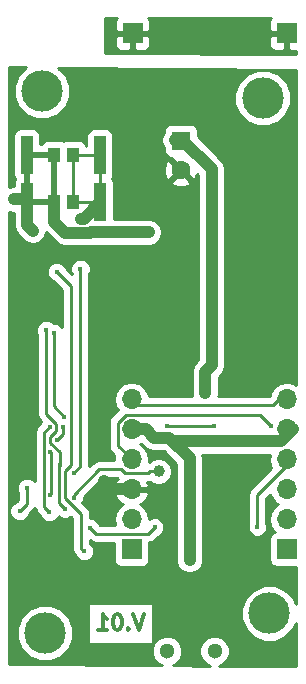
<source format=gbl>
%TF.GenerationSoftware,KiCad,Pcbnew,4.0.7*%
%TF.CreationDate,2017-11-15T23:57:05+08:00*%
%TF.ProjectId,nixie_tube,6E697869655F747562652E6B69636164,rev?*%
%TF.FileFunction,Copper,L2,Bot,Signal*%
%FSLAX46Y46*%
G04 Gerber Fmt 4.6, Leading zero omitted, Abs format (unit mm)*
G04 Created by KiCad (PCBNEW 4.0.7) date 11/15/17 23:57:05*
%MOMM*%
%LPD*%
G01*
G04 APERTURE LIST*
%ADD10C,0.100000*%
%ADD11C,0.300000*%
%ADD12R,1.000000X3.200000*%
%ADD13R,1.000000X1.300000*%
%ADD14C,3.500000*%
%ADD15R,1.600000X1.600000*%
%ADD16C,1.600000*%
%ADD17R,1.700000X1.700000*%
%ADD18O,1.700000X1.700000*%
%ADD19C,1.300000*%
%ADD20C,0.453000*%
%ADD21C,0.600000*%
%ADD22C,0.400000*%
%ADD23C,1.000000*%
%ADD24C,0.250000*%
%ADD25C,1.000000*%
%ADD26C,0.500000*%
%ADD27C,0.254000*%
G04 APERTURE END LIST*
D10*
D11*
X12130952Y-51188095D02*
X11697619Y-52488095D01*
X11264286Y-51188095D01*
X10830952Y-52364286D02*
X10769047Y-52426190D01*
X10830952Y-52488095D01*
X10892857Y-52426190D01*
X10830952Y-52364286D01*
X10830952Y-52488095D01*
X9964285Y-51188095D02*
X9840476Y-51188095D01*
X9716666Y-51250000D01*
X9654761Y-51311905D01*
X9592857Y-51435714D01*
X9530952Y-51683333D01*
X9530952Y-51992857D01*
X9592857Y-52240476D01*
X9654761Y-52364286D01*
X9716666Y-52426190D01*
X9840476Y-52488095D01*
X9964285Y-52488095D01*
X10088095Y-52426190D01*
X10149999Y-52364286D01*
X10211904Y-52240476D01*
X10273809Y-51992857D01*
X10273809Y-51683333D01*
X10211904Y-51435714D01*
X10149999Y-51311905D01*
X10088095Y-51250000D01*
X9964285Y-51188095D01*
X8292857Y-52488095D02*
X9035714Y-52488095D01*
X8664285Y-52488095D02*
X8664285Y-51188095D01*
X8788095Y-51373810D01*
X8911904Y-51497619D01*
X9035714Y-51559524D01*
D12*
X2220000Y-12300000D03*
X8420000Y-12300000D03*
D13*
X4520000Y-12300000D03*
X6120000Y-12300000D03*
D12*
X2270000Y-16320000D03*
X8470000Y-16320000D03*
D13*
X4570000Y-16320000D03*
X6170000Y-16320000D03*
D14*
X22780000Y-51120000D03*
X3800000Y-52800000D03*
X22200000Y-7500000D03*
X3500000Y-6900000D03*
D15*
X15260000Y-11095000D03*
D16*
X15260000Y-13595000D03*
D17*
X11100000Y-45700000D03*
D18*
X11100000Y-43160000D03*
X11100000Y-40620000D03*
X11100000Y-38080000D03*
X11100000Y-35540000D03*
X11100000Y-33000000D03*
D17*
X24250000Y-45700000D03*
D18*
X24250000Y-43160000D03*
X24250000Y-40620000D03*
X24250000Y-38080000D03*
X24250000Y-35540000D03*
X24250000Y-33000000D03*
D19*
X14130000Y-54310000D03*
X18130000Y-54310000D03*
D17*
X11200000Y-2000000D03*
X24250000Y-2000000D03*
D20*
X4150000Y-42550000D03*
X4161160Y-35303465D03*
X5395441Y-34465377D03*
X4495547Y-27375488D03*
D21*
X8797836Y-39911278D03*
D20*
X6249998Y-39200000D03*
X6780000Y-21950000D03*
X1620000Y-42460000D03*
X2250000Y-40500000D03*
D22*
X6205983Y-41344025D03*
X21875000Y-2800000D03*
X20625000Y-2000000D03*
X21350000Y-2000000D03*
X22200000Y-2000000D03*
X15925000Y-2000000D03*
X14890000Y-2000000D03*
X14225000Y-2665000D03*
X13720000Y-3170000D03*
D23*
X13410000Y-39090000D03*
X17341464Y-30648536D03*
X17350000Y-32450000D03*
D22*
X5450000Y-42250000D03*
X18100002Y-35250000D03*
X14100000Y-35250000D03*
D20*
X5048490Y-38570000D03*
X3890509Y-27129849D03*
D22*
X4200000Y-41100000D03*
D20*
X4766416Y-36419128D03*
D22*
X4220219Y-37416038D03*
D20*
X5296095Y-35317853D03*
D22*
X13050000Y-43824990D03*
X7575010Y-43846613D03*
D20*
X22925000Y-35250000D03*
D22*
X21760000Y-43790000D03*
X1125000Y-16050000D03*
D21*
X12580000Y-18850000D03*
X2730000Y-18710000D03*
D22*
X16030000Y-44750000D03*
D23*
X16030000Y-46600000D03*
D22*
X7092254Y-45865221D03*
X4750000Y-22200000D03*
D20*
X6800000Y-17710000D03*
D24*
X3674998Y-42074998D02*
X4150000Y-42550000D01*
X3674998Y-35789627D02*
X3674998Y-42074998D01*
X4161160Y-35303465D02*
X3674998Y-35789627D01*
X4495547Y-33565483D02*
X5395441Y-34465377D01*
X4495547Y-27375488D02*
X4495547Y-33565483D01*
D25*
X11100000Y-40620000D02*
X9506558Y-40620000D01*
X9506558Y-40620000D02*
X8797836Y-39911278D01*
D24*
X6780000Y-38669998D02*
X6249998Y-39200000D01*
X6780000Y-21950000D02*
X6780000Y-38669998D01*
X2250000Y-41830000D02*
X1620000Y-42460000D01*
X2250000Y-40500000D02*
X2250000Y-41830000D01*
X8367166Y-38900000D02*
X6205983Y-41061183D01*
X12537893Y-39255001D02*
X10535999Y-39255001D01*
X13410000Y-39090000D02*
X12702894Y-39090000D01*
X12702894Y-39090000D02*
X12537893Y-39255001D01*
X10535999Y-39255001D02*
X10180998Y-38900000D01*
X10180998Y-38900000D02*
X8367166Y-38900000D01*
X6205983Y-41061183D02*
X6205983Y-41344025D01*
X22200000Y-2000000D02*
X22200000Y-2475000D01*
X22200000Y-2475000D02*
X21875000Y-2800000D01*
D25*
X14750000Y-11025000D02*
X15405000Y-11025000D01*
X15405000Y-11025000D02*
X17900000Y-13520000D01*
X17900000Y-13520000D02*
X17900000Y-30090000D01*
X17900000Y-30090000D02*
X17341464Y-30648536D01*
X17350000Y-32450000D02*
X17350000Y-30657072D01*
X17350000Y-30657072D02*
X17341464Y-30648536D01*
D24*
X4998487Y-41798487D02*
X5450000Y-42250000D01*
X5048490Y-38570000D02*
X4998487Y-38620003D01*
X4998487Y-38620003D02*
X4998487Y-41798487D01*
X14100000Y-35250000D02*
X18100002Y-35250000D01*
X4214915Y-36660081D02*
X5048490Y-37493656D01*
X5048490Y-37493656D02*
X5048490Y-38570000D01*
X4214915Y-36154407D02*
X4214915Y-36660081D01*
X4733769Y-35056864D02*
X4733769Y-35635553D01*
X4733769Y-35635553D02*
X4214915Y-36154407D01*
X3890509Y-34213604D02*
X4733769Y-35056864D01*
X3890509Y-27129849D02*
X3890509Y-34213604D01*
X4220219Y-37416038D02*
X4250000Y-37445819D01*
X4250000Y-41050000D02*
X4200000Y-41100000D01*
X4250000Y-37445819D02*
X4250000Y-41050000D01*
X5296095Y-35889449D02*
X4766416Y-36419128D01*
X5296095Y-35317853D02*
X5296095Y-35889449D01*
X21965000Y-34290000D02*
X22925000Y-35250000D01*
X10610998Y-34290000D02*
X21965000Y-34290000D01*
X9924999Y-34975999D02*
X10610998Y-34290000D01*
X9924999Y-36904999D02*
X9924999Y-34975999D01*
X11100000Y-38080000D02*
X9924999Y-36904999D01*
X12514991Y-44359999D02*
X13050000Y-43824990D01*
X8088396Y-44359999D02*
X12514991Y-44359999D01*
X7575010Y-43846613D02*
X8088396Y-44359999D01*
X21760000Y-41070000D02*
X21760000Y-43790000D01*
X24750000Y-38080000D02*
X21760000Y-41070000D01*
D25*
X2000000Y-16050000D02*
X1125000Y-16050000D01*
X2270000Y-16320000D02*
X2000000Y-16050000D01*
X2270000Y-16320000D02*
X2270000Y-18250000D01*
X2270000Y-18250000D02*
X2730000Y-18710000D01*
X4570000Y-16320000D02*
X4570000Y-17970000D01*
X4570000Y-17970000D02*
X5510010Y-18910010D01*
X5510010Y-18910010D02*
X7577060Y-18910010D01*
X7577060Y-18910010D02*
X7637070Y-18850000D01*
X7637070Y-18850000D02*
X12580000Y-18850000D01*
D26*
X2240000Y-16350000D02*
X2270000Y-16320000D01*
X4520000Y-12300000D02*
X4520000Y-16270000D01*
X4520000Y-16270000D02*
X4570000Y-16320000D01*
X2220000Y-12300000D02*
X2220000Y-16270000D01*
X2220000Y-16270000D02*
X2270000Y-16320000D01*
X4570000Y-16320000D02*
X2270000Y-16320000D01*
X4520000Y-12300000D02*
X2220000Y-12300000D01*
D25*
X14280000Y-36235134D02*
X14597970Y-36553104D01*
X14597970Y-36553104D02*
X23736896Y-36553104D01*
X23736896Y-36553104D02*
X24750000Y-35540000D01*
X16030000Y-46600000D02*
X16030000Y-44750000D01*
X16030000Y-44750000D02*
X16030000Y-37985134D01*
X16030000Y-37985134D02*
X14280000Y-36235134D01*
X12997215Y-36235134D02*
X14280000Y-36235134D01*
X12302081Y-35540000D02*
X12997215Y-36235134D01*
X11100000Y-35540000D02*
X12302081Y-35540000D01*
D24*
X11693427Y-33493427D02*
X23054492Y-33493427D01*
X11200000Y-33000000D02*
X11693427Y-33493427D01*
X23547919Y-33000000D02*
X24750000Y-33000000D01*
X23054492Y-33493427D02*
X23547919Y-33000000D01*
X6858329Y-45631296D02*
X7092254Y-45865221D01*
X5946951Y-23396951D02*
X5946951Y-38586825D01*
X6858329Y-42738849D02*
X6858329Y-45631296D01*
X5448498Y-39085278D02*
X5448498Y-41329018D01*
X5946951Y-38586825D02*
X5448498Y-39085278D01*
X4750000Y-22200000D02*
X5946951Y-23396951D01*
X5448498Y-41329018D02*
X6858329Y-42738849D01*
D25*
X6800000Y-17710000D02*
X7080000Y-17710000D01*
X7080000Y-17710000D02*
X8470000Y-16320000D01*
D24*
X6120000Y-12300000D02*
X6120000Y-16270000D01*
X6120000Y-16270000D02*
X6170000Y-16320000D01*
X8420000Y-12300000D02*
X8420000Y-16270000D01*
X8420000Y-16270000D02*
X8470000Y-16320000D01*
X6120000Y-12300000D02*
X8420000Y-12300000D01*
X6170000Y-16320000D02*
X8470000Y-16320000D01*
D27*
G36*
X2131594Y-4896059D02*
X1479274Y-5547242D01*
X1115415Y-6423513D01*
X1114587Y-7372325D01*
X1476916Y-8249229D01*
X2147242Y-8920726D01*
X3023513Y-9284585D01*
X3972325Y-9285413D01*
X4849229Y-8923084D01*
X5520726Y-8252758D01*
X5637171Y-7972325D01*
X19814587Y-7972325D01*
X20176916Y-8849229D01*
X20847242Y-9520726D01*
X21723513Y-9884585D01*
X22672325Y-9885413D01*
X23549229Y-9523084D01*
X24220726Y-8852758D01*
X24584585Y-7976487D01*
X24585413Y-7027675D01*
X24223084Y-6150771D01*
X23552758Y-5479274D01*
X22676487Y-5115415D01*
X21727675Y-5114587D01*
X20850771Y-5476916D01*
X20179274Y-6147242D01*
X19815415Y-7023513D01*
X19814587Y-7972325D01*
X5637171Y-7972325D01*
X5884585Y-7376487D01*
X5885413Y-6427675D01*
X5523084Y-5550771D01*
X4896049Y-4922641D01*
X25040000Y-5116333D01*
X25040000Y-31756745D01*
X24847378Y-31628039D01*
X24279093Y-31515000D01*
X24220907Y-31515000D01*
X23652622Y-31628039D01*
X23170853Y-31949946D01*
X22848946Y-32431715D01*
X22801159Y-32671958D01*
X22739690Y-32733427D01*
X18461271Y-32733427D01*
X18484803Y-32676756D01*
X18485197Y-32225225D01*
X18485000Y-32224748D01*
X18485000Y-31110132D01*
X18702566Y-30892566D01*
X18859918Y-30657072D01*
X18948603Y-30524346D01*
X19035000Y-30090000D01*
X19035000Y-13520000D01*
X18948603Y-13085654D01*
X18702566Y-12717434D01*
X16707440Y-10722308D01*
X16707440Y-10295000D01*
X16663162Y-10059683D01*
X16524090Y-9843559D01*
X16311890Y-9698569D01*
X16060000Y-9647560D01*
X14460000Y-9647560D01*
X14224683Y-9691838D01*
X14008559Y-9830910D01*
X13863569Y-10043110D01*
X13812560Y-10295000D01*
X13812560Y-10424287D01*
X13701397Y-10590654D01*
X13615000Y-11025000D01*
X13701397Y-11459346D01*
X13812560Y-11625713D01*
X13812560Y-11895000D01*
X13856838Y-12130317D01*
X13995910Y-12346441D01*
X14208110Y-12491431D01*
X14446201Y-12539646D01*
X14431861Y-12587255D01*
X15260000Y-13415395D01*
X15274142Y-13401252D01*
X15453748Y-13580858D01*
X15439605Y-13595000D01*
X16267745Y-14423139D01*
X16513864Y-14349005D01*
X16675152Y-13900284D01*
X16765000Y-13990132D01*
X16765000Y-29619868D01*
X16539312Y-29845556D01*
X16379819Y-30004771D01*
X16206661Y-30421780D01*
X16206267Y-30873311D01*
X16215000Y-30894446D01*
X16215000Y-32449010D01*
X16214803Y-32674775D01*
X16239038Y-32733427D01*
X12561068Y-32733427D01*
X12501054Y-32431715D01*
X12179147Y-31949946D01*
X11697378Y-31628039D01*
X11129093Y-31515000D01*
X11070907Y-31515000D01*
X10502622Y-31628039D01*
X10020853Y-31949946D01*
X9698946Y-32431715D01*
X9585907Y-33000000D01*
X9698946Y-33568285D01*
X9922836Y-33903360D01*
X9387598Y-34438598D01*
X9222851Y-34685160D01*
X9164999Y-34975999D01*
X9164999Y-36904999D01*
X9222851Y-37195838D01*
X9387598Y-37442400D01*
X9658790Y-37713592D01*
X9585907Y-38080000D01*
X9597842Y-38140000D01*
X8367166Y-38140000D01*
X8076326Y-38197852D01*
X7829765Y-38362599D01*
X7540000Y-38652364D01*
X7540000Y-22366193D01*
X7641350Y-22122115D01*
X7641649Y-21779389D01*
X7510770Y-21462637D01*
X7268638Y-21220082D01*
X6952115Y-21088650D01*
X6609389Y-21088351D01*
X6292637Y-21219230D01*
X6050082Y-21461362D01*
X5918650Y-21777885D01*
X5918351Y-22120611D01*
X6020000Y-22366621D01*
X6020000Y-22395198D01*
X5532832Y-21908030D01*
X5458292Y-21727628D01*
X5223607Y-21492534D01*
X4916821Y-21365145D01*
X4584637Y-21364855D01*
X4277628Y-21491708D01*
X4042534Y-21726393D01*
X3915145Y-22033179D01*
X3914855Y-22365363D01*
X4041708Y-22672372D01*
X4276393Y-22907466D01*
X4458127Y-22982929D01*
X5186951Y-23711753D01*
X5186951Y-26848690D01*
X4984185Y-26645570D01*
X4667662Y-26514138D01*
X4493003Y-26513986D01*
X4379147Y-26399931D01*
X4062624Y-26268499D01*
X3719898Y-26268200D01*
X3403146Y-26399079D01*
X3160591Y-26641211D01*
X3029159Y-26957734D01*
X3028860Y-27300460D01*
X3130509Y-27546470D01*
X3130509Y-34213604D01*
X3188361Y-34504443D01*
X3353108Y-34751005D01*
X3427043Y-34824940D01*
X3329163Y-35060660D01*
X3137597Y-35252226D01*
X2972850Y-35498788D01*
X2914998Y-35789627D01*
X2914998Y-39946750D01*
X2738638Y-39770082D01*
X2422115Y-39638650D01*
X2079389Y-39638351D01*
X1762637Y-39769230D01*
X1520082Y-40011362D01*
X1388650Y-40327885D01*
X1388351Y-40670611D01*
X1490000Y-40916621D01*
X1490000Y-41515198D01*
X1376892Y-41628306D01*
X1132637Y-41729230D01*
X890082Y-41971362D01*
X758650Y-42287885D01*
X758351Y-42630611D01*
X889230Y-42947363D01*
X1131362Y-43189918D01*
X1447885Y-43321350D01*
X1790611Y-43321649D01*
X2107363Y-43190770D01*
X2349918Y-42948638D01*
X2451997Y-42702805D01*
X2787401Y-42367401D01*
X2930547Y-42153167D01*
X2972850Y-42365837D01*
X3137597Y-42612399D01*
X3318306Y-42793108D01*
X3419230Y-43037363D01*
X3661362Y-43279918D01*
X3977885Y-43411350D01*
X4320611Y-43411649D01*
X4637363Y-43280770D01*
X4879918Y-43038638D01*
X4932063Y-42913059D01*
X4976393Y-42957466D01*
X5283179Y-43084855D01*
X5615363Y-43085145D01*
X5922372Y-42958292D01*
X5962706Y-42918028D01*
X6098329Y-43053651D01*
X6098329Y-45631296D01*
X6156181Y-45922135D01*
X6303235Y-46142217D01*
X6383962Y-46337593D01*
X6618647Y-46572687D01*
X6925433Y-46700076D01*
X7257617Y-46700366D01*
X7564626Y-46573513D01*
X7799720Y-46338828D01*
X7927109Y-46032042D01*
X7927399Y-45699858D01*
X7800546Y-45392849D01*
X7618329Y-45210314D01*
X7618329Y-44942391D01*
X7797556Y-45062147D01*
X7845810Y-45071745D01*
X8088396Y-45119999D01*
X9602560Y-45119999D01*
X9602560Y-46550000D01*
X9646838Y-46785317D01*
X9785910Y-47001441D01*
X9998110Y-47146431D01*
X10250000Y-47197440D01*
X11950000Y-47197440D01*
X12185317Y-47153162D01*
X12401441Y-47014090D01*
X12546431Y-46801890D01*
X12597440Y-46550000D01*
X12597440Y-45103599D01*
X12805830Y-45062147D01*
X13052392Y-44897400D01*
X13341970Y-44607822D01*
X13522372Y-44533282D01*
X13757466Y-44298597D01*
X13884855Y-43991811D01*
X13885145Y-43659627D01*
X13758292Y-43352618D01*
X13523607Y-43117524D01*
X13216821Y-42990135D01*
X12884637Y-42989845D01*
X12603364Y-43106064D01*
X12501054Y-42591715D01*
X12179147Y-42109946D01*
X11838447Y-41882298D01*
X11981358Y-41815183D01*
X12371645Y-41386924D01*
X12541476Y-40976890D01*
X12420155Y-40747000D01*
X11227000Y-40747000D01*
X11227000Y-40767000D01*
X10973000Y-40767000D01*
X10973000Y-40747000D01*
X9779845Y-40747000D01*
X9658524Y-40976890D01*
X9828355Y-41386924D01*
X10218642Y-41815183D01*
X10361553Y-41882298D01*
X10020853Y-42109946D01*
X9698946Y-42591715D01*
X9585907Y-43160000D01*
X9673428Y-43599999D01*
X8403198Y-43599999D01*
X8357842Y-43554643D01*
X8283302Y-43374241D01*
X8048617Y-43139147D01*
X7741831Y-43011758D01*
X7618329Y-43011650D01*
X7618329Y-42738849D01*
X7560477Y-42448010D01*
X7395730Y-42201448D01*
X6942339Y-41748057D01*
X7040838Y-41510846D01*
X7041021Y-41300947D01*
X8681968Y-39660000D01*
X9866196Y-39660000D01*
X9938457Y-39732261D01*
X9828355Y-39853076D01*
X9658524Y-40263110D01*
X9779845Y-40493000D01*
X10973000Y-40493000D01*
X10973000Y-40473000D01*
X11227000Y-40473000D01*
X11227000Y-40493000D01*
X12420155Y-40493000D01*
X12541476Y-40263110D01*
X12438712Y-40015001D01*
X12537893Y-40015001D01*
X12697886Y-39983176D01*
X12766235Y-40051645D01*
X13183244Y-40224803D01*
X13634775Y-40225197D01*
X14052086Y-40052767D01*
X14371645Y-39733765D01*
X14544803Y-39316756D01*
X14545197Y-38865225D01*
X14372767Y-38447914D01*
X14053765Y-38128355D01*
X13636756Y-37955197D01*
X13185225Y-37954803D01*
X12767914Y-38127233D01*
X12564259Y-38330533D01*
X12614093Y-38080000D01*
X12501054Y-37511715D01*
X12179147Y-37029946D01*
X11849974Y-36810000D01*
X11920095Y-36763146D01*
X12194649Y-37037700D01*
X12562869Y-37283737D01*
X12997215Y-37370134D01*
X13809868Y-37370134D01*
X14895000Y-38455266D01*
X14895000Y-46599010D01*
X14894803Y-46824775D01*
X15067233Y-47242086D01*
X15386235Y-47561645D01*
X15803244Y-47734803D01*
X16254775Y-47735197D01*
X16672086Y-47562767D01*
X16991645Y-47243765D01*
X17164803Y-46826756D01*
X17165197Y-46375225D01*
X17165000Y-46374748D01*
X17165000Y-37985134D01*
X17105917Y-37688104D01*
X22813860Y-37688104D01*
X22735907Y-38080000D01*
X22848946Y-38648285D01*
X22952273Y-38802925D01*
X21222599Y-40532599D01*
X21057852Y-40779161D01*
X21000000Y-41070000D01*
X21000000Y-43442909D01*
X20925145Y-43623179D01*
X20924855Y-43955363D01*
X21051708Y-44262372D01*
X21286393Y-44497466D01*
X21593179Y-44624855D01*
X21925363Y-44625145D01*
X22232372Y-44498292D01*
X22467466Y-44263607D01*
X22594855Y-43956821D01*
X22595145Y-43624637D01*
X22520000Y-43442771D01*
X22520000Y-41384802D01*
X22843490Y-41061312D01*
X22978355Y-41386924D01*
X23368642Y-41815183D01*
X23511553Y-41882298D01*
X23170853Y-42109946D01*
X22848946Y-42591715D01*
X22735907Y-43160000D01*
X22848946Y-43728285D01*
X23170853Y-44210054D01*
X23212452Y-44237850D01*
X23164683Y-44246838D01*
X22948559Y-44385910D01*
X22803569Y-44598110D01*
X22752560Y-44850000D01*
X22752560Y-46550000D01*
X22796838Y-46785317D01*
X22935910Y-47001441D01*
X23148110Y-47146431D01*
X23400000Y-47197440D01*
X25040000Y-47197440D01*
X25040000Y-50344152D01*
X24803084Y-49770771D01*
X24132758Y-49099274D01*
X23256487Y-48735415D01*
X22307675Y-48734587D01*
X21430771Y-49096916D01*
X20759274Y-49767242D01*
X20395415Y-50643513D01*
X20394587Y-51592325D01*
X20756916Y-52469229D01*
X21427242Y-53140726D01*
X22303513Y-53504585D01*
X23252325Y-53505413D01*
X24129229Y-53143084D01*
X24800726Y-52472758D01*
X25040000Y-51896521D01*
X25040000Y-55590000D01*
X24592874Y-55590000D01*
X18509216Y-55543684D01*
X18856943Y-55400005D01*
X19218735Y-55038845D01*
X19414777Y-54566724D01*
X19415223Y-54055519D01*
X19220005Y-53583057D01*
X18858845Y-53221265D01*
X18386724Y-53025223D01*
X17875519Y-53024777D01*
X17403057Y-53219995D01*
X17041265Y-53581155D01*
X16845223Y-54053276D01*
X16844777Y-54564481D01*
X17039995Y-55036943D01*
X17401155Y-55398735D01*
X17736054Y-55537797D01*
X14581584Y-55513782D01*
X14856943Y-55400005D01*
X15218735Y-55038845D01*
X15414777Y-54566724D01*
X15415223Y-54055519D01*
X15220005Y-53583057D01*
X14858845Y-53221265D01*
X14386724Y-53025223D01*
X13875519Y-53024777D01*
X13403057Y-53219995D01*
X13041265Y-53581155D01*
X12845223Y-54053276D01*
X12844777Y-54564481D01*
X13039995Y-55036943D01*
X13401155Y-55398735D01*
X13661346Y-55506776D01*
X710000Y-55408174D01*
X710000Y-53272325D01*
X1414587Y-53272325D01*
X1776916Y-54149229D01*
X2447242Y-54820726D01*
X3323513Y-55184585D01*
X4272325Y-55185413D01*
X5149229Y-54823084D01*
X5820726Y-54152758D01*
X6184585Y-53276487D01*
X6185413Y-52327675D01*
X5823084Y-51450771D01*
X5152758Y-50779274D01*
X4276487Y-50415415D01*
X3327675Y-50414587D01*
X2450771Y-50776916D01*
X1779274Y-51447242D01*
X1415415Y-52323513D01*
X1414587Y-53272325D01*
X710000Y-53272325D01*
X710000Y-50205000D01*
X7410238Y-50205000D01*
X7410238Y-53725000D01*
X12889762Y-53725000D01*
X12889762Y-50205000D01*
X7410238Y-50205000D01*
X710000Y-50205000D01*
X710000Y-17102451D01*
X1122560Y-17184515D01*
X1122560Y-17920000D01*
X1135000Y-17986113D01*
X1135000Y-18250000D01*
X1221397Y-18684346D01*
X1363354Y-18896799D01*
X1467434Y-19052566D01*
X1927434Y-19512566D01*
X2295655Y-19758603D01*
X2730000Y-19845000D01*
X3164345Y-19758603D01*
X3532566Y-19512566D01*
X3778603Y-19144345D01*
X3838432Y-18843564D01*
X4707444Y-19712576D01*
X5075664Y-19958613D01*
X5510010Y-20045010D01*
X7577060Y-20045010D01*
X7878750Y-19985000D01*
X12580000Y-19985000D01*
X13014346Y-19898603D01*
X13382566Y-19652566D01*
X13628603Y-19284346D01*
X13715000Y-18850000D01*
X13628603Y-18415654D01*
X13382566Y-18047434D01*
X13014346Y-17801397D01*
X12580000Y-17715000D01*
X9617440Y-17715000D01*
X9617440Y-14720000D01*
X9595377Y-14602745D01*
X14431861Y-14602745D01*
X14505995Y-14848864D01*
X15043223Y-15041965D01*
X15613454Y-15014778D01*
X16014005Y-14848864D01*
X16088139Y-14602745D01*
X15260000Y-13774605D01*
X14431861Y-14602745D01*
X9595377Y-14602745D01*
X9573162Y-14484683D01*
X9435363Y-14270537D01*
X9516431Y-14151890D01*
X9567440Y-13900000D01*
X9567440Y-13378223D01*
X13813035Y-13378223D01*
X13840222Y-13948454D01*
X14006136Y-14349005D01*
X14252255Y-14423139D01*
X15080395Y-13595000D01*
X14252255Y-12766861D01*
X14006136Y-12840995D01*
X13813035Y-13378223D01*
X9567440Y-13378223D01*
X9567440Y-10700000D01*
X9523162Y-10464683D01*
X9384090Y-10248559D01*
X9171890Y-10103569D01*
X8920000Y-10052560D01*
X7920000Y-10052560D01*
X7684683Y-10096838D01*
X7468559Y-10235910D01*
X7323569Y-10448110D01*
X7272560Y-10700000D01*
X7272560Y-11540000D01*
X7246742Y-11540000D01*
X7223162Y-11414683D01*
X7084090Y-11198559D01*
X6871890Y-11053569D01*
X6620000Y-11002560D01*
X5620000Y-11002560D01*
X5384683Y-11046838D01*
X5321522Y-11087481D01*
X5271890Y-11053569D01*
X5020000Y-11002560D01*
X4020000Y-11002560D01*
X3784683Y-11046838D01*
X3568559Y-11185910D01*
X3423569Y-11398110D01*
X3420149Y-11415000D01*
X3367440Y-11415000D01*
X3367440Y-10700000D01*
X3323162Y-10464683D01*
X3184090Y-10248559D01*
X2971890Y-10103569D01*
X2720000Y-10052560D01*
X1720000Y-10052560D01*
X1484683Y-10096838D01*
X1268559Y-10235910D01*
X1123569Y-10448110D01*
X1072560Y-10700000D01*
X1072560Y-13900000D01*
X1116838Y-14135317D01*
X1254637Y-14349463D01*
X1173569Y-14468110D01*
X1122560Y-14720000D01*
X1122560Y-14915485D01*
X710000Y-14997549D01*
X710000Y-4882390D01*
X2131594Y-4896059D01*
X2131594Y-4896059D01*
G37*
X2131594Y-4896059D02*
X1479274Y-5547242D01*
X1115415Y-6423513D01*
X1114587Y-7372325D01*
X1476916Y-8249229D01*
X2147242Y-8920726D01*
X3023513Y-9284585D01*
X3972325Y-9285413D01*
X4849229Y-8923084D01*
X5520726Y-8252758D01*
X5637171Y-7972325D01*
X19814587Y-7972325D01*
X20176916Y-8849229D01*
X20847242Y-9520726D01*
X21723513Y-9884585D01*
X22672325Y-9885413D01*
X23549229Y-9523084D01*
X24220726Y-8852758D01*
X24584585Y-7976487D01*
X24585413Y-7027675D01*
X24223084Y-6150771D01*
X23552758Y-5479274D01*
X22676487Y-5115415D01*
X21727675Y-5114587D01*
X20850771Y-5476916D01*
X20179274Y-6147242D01*
X19815415Y-7023513D01*
X19814587Y-7972325D01*
X5637171Y-7972325D01*
X5884585Y-7376487D01*
X5885413Y-6427675D01*
X5523084Y-5550771D01*
X4896049Y-4922641D01*
X25040000Y-5116333D01*
X25040000Y-31756745D01*
X24847378Y-31628039D01*
X24279093Y-31515000D01*
X24220907Y-31515000D01*
X23652622Y-31628039D01*
X23170853Y-31949946D01*
X22848946Y-32431715D01*
X22801159Y-32671958D01*
X22739690Y-32733427D01*
X18461271Y-32733427D01*
X18484803Y-32676756D01*
X18485197Y-32225225D01*
X18485000Y-32224748D01*
X18485000Y-31110132D01*
X18702566Y-30892566D01*
X18859918Y-30657072D01*
X18948603Y-30524346D01*
X19035000Y-30090000D01*
X19035000Y-13520000D01*
X18948603Y-13085654D01*
X18702566Y-12717434D01*
X16707440Y-10722308D01*
X16707440Y-10295000D01*
X16663162Y-10059683D01*
X16524090Y-9843559D01*
X16311890Y-9698569D01*
X16060000Y-9647560D01*
X14460000Y-9647560D01*
X14224683Y-9691838D01*
X14008559Y-9830910D01*
X13863569Y-10043110D01*
X13812560Y-10295000D01*
X13812560Y-10424287D01*
X13701397Y-10590654D01*
X13615000Y-11025000D01*
X13701397Y-11459346D01*
X13812560Y-11625713D01*
X13812560Y-11895000D01*
X13856838Y-12130317D01*
X13995910Y-12346441D01*
X14208110Y-12491431D01*
X14446201Y-12539646D01*
X14431861Y-12587255D01*
X15260000Y-13415395D01*
X15274142Y-13401252D01*
X15453748Y-13580858D01*
X15439605Y-13595000D01*
X16267745Y-14423139D01*
X16513864Y-14349005D01*
X16675152Y-13900284D01*
X16765000Y-13990132D01*
X16765000Y-29619868D01*
X16539312Y-29845556D01*
X16379819Y-30004771D01*
X16206661Y-30421780D01*
X16206267Y-30873311D01*
X16215000Y-30894446D01*
X16215000Y-32449010D01*
X16214803Y-32674775D01*
X16239038Y-32733427D01*
X12561068Y-32733427D01*
X12501054Y-32431715D01*
X12179147Y-31949946D01*
X11697378Y-31628039D01*
X11129093Y-31515000D01*
X11070907Y-31515000D01*
X10502622Y-31628039D01*
X10020853Y-31949946D01*
X9698946Y-32431715D01*
X9585907Y-33000000D01*
X9698946Y-33568285D01*
X9922836Y-33903360D01*
X9387598Y-34438598D01*
X9222851Y-34685160D01*
X9164999Y-34975999D01*
X9164999Y-36904999D01*
X9222851Y-37195838D01*
X9387598Y-37442400D01*
X9658790Y-37713592D01*
X9585907Y-38080000D01*
X9597842Y-38140000D01*
X8367166Y-38140000D01*
X8076326Y-38197852D01*
X7829765Y-38362599D01*
X7540000Y-38652364D01*
X7540000Y-22366193D01*
X7641350Y-22122115D01*
X7641649Y-21779389D01*
X7510770Y-21462637D01*
X7268638Y-21220082D01*
X6952115Y-21088650D01*
X6609389Y-21088351D01*
X6292637Y-21219230D01*
X6050082Y-21461362D01*
X5918650Y-21777885D01*
X5918351Y-22120611D01*
X6020000Y-22366621D01*
X6020000Y-22395198D01*
X5532832Y-21908030D01*
X5458292Y-21727628D01*
X5223607Y-21492534D01*
X4916821Y-21365145D01*
X4584637Y-21364855D01*
X4277628Y-21491708D01*
X4042534Y-21726393D01*
X3915145Y-22033179D01*
X3914855Y-22365363D01*
X4041708Y-22672372D01*
X4276393Y-22907466D01*
X4458127Y-22982929D01*
X5186951Y-23711753D01*
X5186951Y-26848690D01*
X4984185Y-26645570D01*
X4667662Y-26514138D01*
X4493003Y-26513986D01*
X4379147Y-26399931D01*
X4062624Y-26268499D01*
X3719898Y-26268200D01*
X3403146Y-26399079D01*
X3160591Y-26641211D01*
X3029159Y-26957734D01*
X3028860Y-27300460D01*
X3130509Y-27546470D01*
X3130509Y-34213604D01*
X3188361Y-34504443D01*
X3353108Y-34751005D01*
X3427043Y-34824940D01*
X3329163Y-35060660D01*
X3137597Y-35252226D01*
X2972850Y-35498788D01*
X2914998Y-35789627D01*
X2914998Y-39946750D01*
X2738638Y-39770082D01*
X2422115Y-39638650D01*
X2079389Y-39638351D01*
X1762637Y-39769230D01*
X1520082Y-40011362D01*
X1388650Y-40327885D01*
X1388351Y-40670611D01*
X1490000Y-40916621D01*
X1490000Y-41515198D01*
X1376892Y-41628306D01*
X1132637Y-41729230D01*
X890082Y-41971362D01*
X758650Y-42287885D01*
X758351Y-42630611D01*
X889230Y-42947363D01*
X1131362Y-43189918D01*
X1447885Y-43321350D01*
X1790611Y-43321649D01*
X2107363Y-43190770D01*
X2349918Y-42948638D01*
X2451997Y-42702805D01*
X2787401Y-42367401D01*
X2930547Y-42153167D01*
X2972850Y-42365837D01*
X3137597Y-42612399D01*
X3318306Y-42793108D01*
X3419230Y-43037363D01*
X3661362Y-43279918D01*
X3977885Y-43411350D01*
X4320611Y-43411649D01*
X4637363Y-43280770D01*
X4879918Y-43038638D01*
X4932063Y-42913059D01*
X4976393Y-42957466D01*
X5283179Y-43084855D01*
X5615363Y-43085145D01*
X5922372Y-42958292D01*
X5962706Y-42918028D01*
X6098329Y-43053651D01*
X6098329Y-45631296D01*
X6156181Y-45922135D01*
X6303235Y-46142217D01*
X6383962Y-46337593D01*
X6618647Y-46572687D01*
X6925433Y-46700076D01*
X7257617Y-46700366D01*
X7564626Y-46573513D01*
X7799720Y-46338828D01*
X7927109Y-46032042D01*
X7927399Y-45699858D01*
X7800546Y-45392849D01*
X7618329Y-45210314D01*
X7618329Y-44942391D01*
X7797556Y-45062147D01*
X7845810Y-45071745D01*
X8088396Y-45119999D01*
X9602560Y-45119999D01*
X9602560Y-46550000D01*
X9646838Y-46785317D01*
X9785910Y-47001441D01*
X9998110Y-47146431D01*
X10250000Y-47197440D01*
X11950000Y-47197440D01*
X12185317Y-47153162D01*
X12401441Y-47014090D01*
X12546431Y-46801890D01*
X12597440Y-46550000D01*
X12597440Y-45103599D01*
X12805830Y-45062147D01*
X13052392Y-44897400D01*
X13341970Y-44607822D01*
X13522372Y-44533282D01*
X13757466Y-44298597D01*
X13884855Y-43991811D01*
X13885145Y-43659627D01*
X13758292Y-43352618D01*
X13523607Y-43117524D01*
X13216821Y-42990135D01*
X12884637Y-42989845D01*
X12603364Y-43106064D01*
X12501054Y-42591715D01*
X12179147Y-42109946D01*
X11838447Y-41882298D01*
X11981358Y-41815183D01*
X12371645Y-41386924D01*
X12541476Y-40976890D01*
X12420155Y-40747000D01*
X11227000Y-40747000D01*
X11227000Y-40767000D01*
X10973000Y-40767000D01*
X10973000Y-40747000D01*
X9779845Y-40747000D01*
X9658524Y-40976890D01*
X9828355Y-41386924D01*
X10218642Y-41815183D01*
X10361553Y-41882298D01*
X10020853Y-42109946D01*
X9698946Y-42591715D01*
X9585907Y-43160000D01*
X9673428Y-43599999D01*
X8403198Y-43599999D01*
X8357842Y-43554643D01*
X8283302Y-43374241D01*
X8048617Y-43139147D01*
X7741831Y-43011758D01*
X7618329Y-43011650D01*
X7618329Y-42738849D01*
X7560477Y-42448010D01*
X7395730Y-42201448D01*
X6942339Y-41748057D01*
X7040838Y-41510846D01*
X7041021Y-41300947D01*
X8681968Y-39660000D01*
X9866196Y-39660000D01*
X9938457Y-39732261D01*
X9828355Y-39853076D01*
X9658524Y-40263110D01*
X9779845Y-40493000D01*
X10973000Y-40493000D01*
X10973000Y-40473000D01*
X11227000Y-40473000D01*
X11227000Y-40493000D01*
X12420155Y-40493000D01*
X12541476Y-40263110D01*
X12438712Y-40015001D01*
X12537893Y-40015001D01*
X12697886Y-39983176D01*
X12766235Y-40051645D01*
X13183244Y-40224803D01*
X13634775Y-40225197D01*
X14052086Y-40052767D01*
X14371645Y-39733765D01*
X14544803Y-39316756D01*
X14545197Y-38865225D01*
X14372767Y-38447914D01*
X14053765Y-38128355D01*
X13636756Y-37955197D01*
X13185225Y-37954803D01*
X12767914Y-38127233D01*
X12564259Y-38330533D01*
X12614093Y-38080000D01*
X12501054Y-37511715D01*
X12179147Y-37029946D01*
X11849974Y-36810000D01*
X11920095Y-36763146D01*
X12194649Y-37037700D01*
X12562869Y-37283737D01*
X12997215Y-37370134D01*
X13809868Y-37370134D01*
X14895000Y-38455266D01*
X14895000Y-46599010D01*
X14894803Y-46824775D01*
X15067233Y-47242086D01*
X15386235Y-47561645D01*
X15803244Y-47734803D01*
X16254775Y-47735197D01*
X16672086Y-47562767D01*
X16991645Y-47243765D01*
X17164803Y-46826756D01*
X17165197Y-46375225D01*
X17165000Y-46374748D01*
X17165000Y-37985134D01*
X17105917Y-37688104D01*
X22813860Y-37688104D01*
X22735907Y-38080000D01*
X22848946Y-38648285D01*
X22952273Y-38802925D01*
X21222599Y-40532599D01*
X21057852Y-40779161D01*
X21000000Y-41070000D01*
X21000000Y-43442909D01*
X20925145Y-43623179D01*
X20924855Y-43955363D01*
X21051708Y-44262372D01*
X21286393Y-44497466D01*
X21593179Y-44624855D01*
X21925363Y-44625145D01*
X22232372Y-44498292D01*
X22467466Y-44263607D01*
X22594855Y-43956821D01*
X22595145Y-43624637D01*
X22520000Y-43442771D01*
X22520000Y-41384802D01*
X22843490Y-41061312D01*
X22978355Y-41386924D01*
X23368642Y-41815183D01*
X23511553Y-41882298D01*
X23170853Y-42109946D01*
X22848946Y-42591715D01*
X22735907Y-43160000D01*
X22848946Y-43728285D01*
X23170853Y-44210054D01*
X23212452Y-44237850D01*
X23164683Y-44246838D01*
X22948559Y-44385910D01*
X22803569Y-44598110D01*
X22752560Y-44850000D01*
X22752560Y-46550000D01*
X22796838Y-46785317D01*
X22935910Y-47001441D01*
X23148110Y-47146431D01*
X23400000Y-47197440D01*
X25040000Y-47197440D01*
X25040000Y-50344152D01*
X24803084Y-49770771D01*
X24132758Y-49099274D01*
X23256487Y-48735415D01*
X22307675Y-48734587D01*
X21430771Y-49096916D01*
X20759274Y-49767242D01*
X20395415Y-50643513D01*
X20394587Y-51592325D01*
X20756916Y-52469229D01*
X21427242Y-53140726D01*
X22303513Y-53504585D01*
X23252325Y-53505413D01*
X24129229Y-53143084D01*
X24800726Y-52472758D01*
X25040000Y-51896521D01*
X25040000Y-55590000D01*
X24592874Y-55590000D01*
X18509216Y-55543684D01*
X18856943Y-55400005D01*
X19218735Y-55038845D01*
X19414777Y-54566724D01*
X19415223Y-54055519D01*
X19220005Y-53583057D01*
X18858845Y-53221265D01*
X18386724Y-53025223D01*
X17875519Y-53024777D01*
X17403057Y-53219995D01*
X17041265Y-53581155D01*
X16845223Y-54053276D01*
X16844777Y-54564481D01*
X17039995Y-55036943D01*
X17401155Y-55398735D01*
X17736054Y-55537797D01*
X14581584Y-55513782D01*
X14856943Y-55400005D01*
X15218735Y-55038845D01*
X15414777Y-54566724D01*
X15415223Y-54055519D01*
X15220005Y-53583057D01*
X14858845Y-53221265D01*
X14386724Y-53025223D01*
X13875519Y-53024777D01*
X13403057Y-53219995D01*
X13041265Y-53581155D01*
X12845223Y-54053276D01*
X12844777Y-54564481D01*
X13039995Y-55036943D01*
X13401155Y-55398735D01*
X13661346Y-55506776D01*
X710000Y-55408174D01*
X710000Y-53272325D01*
X1414587Y-53272325D01*
X1776916Y-54149229D01*
X2447242Y-54820726D01*
X3323513Y-55184585D01*
X4272325Y-55185413D01*
X5149229Y-54823084D01*
X5820726Y-54152758D01*
X6184585Y-53276487D01*
X6185413Y-52327675D01*
X5823084Y-51450771D01*
X5152758Y-50779274D01*
X4276487Y-50415415D01*
X3327675Y-50414587D01*
X2450771Y-50776916D01*
X1779274Y-51447242D01*
X1415415Y-52323513D01*
X1414587Y-53272325D01*
X710000Y-53272325D01*
X710000Y-50205000D01*
X7410238Y-50205000D01*
X7410238Y-53725000D01*
X12889762Y-53725000D01*
X12889762Y-50205000D01*
X7410238Y-50205000D01*
X710000Y-50205000D01*
X710000Y-17102451D01*
X1122560Y-17184515D01*
X1122560Y-17920000D01*
X1135000Y-17986113D01*
X1135000Y-18250000D01*
X1221397Y-18684346D01*
X1363354Y-18896799D01*
X1467434Y-19052566D01*
X1927434Y-19512566D01*
X2295655Y-19758603D01*
X2730000Y-19845000D01*
X3164345Y-19758603D01*
X3532566Y-19512566D01*
X3778603Y-19144345D01*
X3838432Y-18843564D01*
X4707444Y-19712576D01*
X5075664Y-19958613D01*
X5510010Y-20045010D01*
X7577060Y-20045010D01*
X7878750Y-19985000D01*
X12580000Y-19985000D01*
X13014346Y-19898603D01*
X13382566Y-19652566D01*
X13628603Y-19284346D01*
X13715000Y-18850000D01*
X13628603Y-18415654D01*
X13382566Y-18047434D01*
X13014346Y-17801397D01*
X12580000Y-17715000D01*
X9617440Y-17715000D01*
X9617440Y-14720000D01*
X9595377Y-14602745D01*
X14431861Y-14602745D01*
X14505995Y-14848864D01*
X15043223Y-15041965D01*
X15613454Y-15014778D01*
X16014005Y-14848864D01*
X16088139Y-14602745D01*
X15260000Y-13774605D01*
X14431861Y-14602745D01*
X9595377Y-14602745D01*
X9573162Y-14484683D01*
X9435363Y-14270537D01*
X9516431Y-14151890D01*
X9567440Y-13900000D01*
X9567440Y-13378223D01*
X13813035Y-13378223D01*
X13840222Y-13948454D01*
X14006136Y-14349005D01*
X14252255Y-14423139D01*
X15080395Y-13595000D01*
X14252255Y-12766861D01*
X14006136Y-12840995D01*
X13813035Y-13378223D01*
X9567440Y-13378223D01*
X9567440Y-10700000D01*
X9523162Y-10464683D01*
X9384090Y-10248559D01*
X9171890Y-10103569D01*
X8920000Y-10052560D01*
X7920000Y-10052560D01*
X7684683Y-10096838D01*
X7468559Y-10235910D01*
X7323569Y-10448110D01*
X7272560Y-10700000D01*
X7272560Y-11540000D01*
X7246742Y-11540000D01*
X7223162Y-11414683D01*
X7084090Y-11198559D01*
X6871890Y-11053569D01*
X6620000Y-11002560D01*
X5620000Y-11002560D01*
X5384683Y-11046838D01*
X5321522Y-11087481D01*
X5271890Y-11053569D01*
X5020000Y-11002560D01*
X4020000Y-11002560D01*
X3784683Y-11046838D01*
X3568559Y-11185910D01*
X3423569Y-11398110D01*
X3420149Y-11415000D01*
X3367440Y-11415000D01*
X3367440Y-10700000D01*
X3323162Y-10464683D01*
X3184090Y-10248559D01*
X2971890Y-10103569D01*
X2720000Y-10052560D01*
X1720000Y-10052560D01*
X1484683Y-10096838D01*
X1268559Y-10235910D01*
X1123569Y-10448110D01*
X1072560Y-10700000D01*
X1072560Y-13900000D01*
X1116838Y-14135317D01*
X1254637Y-14349463D01*
X1173569Y-14468110D01*
X1122560Y-14720000D01*
X1122560Y-14915485D01*
X710000Y-14997549D01*
X710000Y-4882390D01*
X2131594Y-4896059D01*
G36*
X24377000Y-40493000D02*
X24397000Y-40493000D01*
X24397000Y-40747000D01*
X24377000Y-40747000D01*
X24377000Y-40767000D01*
X24123000Y-40767000D01*
X24123000Y-40747000D01*
X24103000Y-40747000D01*
X24103000Y-40493000D01*
X24123000Y-40493000D01*
X24123000Y-40473000D01*
X24377000Y-40473000D01*
X24377000Y-40493000D01*
X24377000Y-40493000D01*
G37*
X24377000Y-40493000D02*
X24397000Y-40493000D01*
X24397000Y-40747000D01*
X24377000Y-40747000D01*
X24377000Y-40767000D01*
X24123000Y-40767000D01*
X24123000Y-40747000D01*
X24103000Y-40747000D01*
X24103000Y-40493000D01*
X24123000Y-40493000D01*
X24123000Y-40473000D01*
X24377000Y-40473000D01*
X24377000Y-40493000D01*
G36*
X9811673Y-790301D02*
X9715000Y-1023690D01*
X9715000Y-1714250D01*
X9873750Y-1873000D01*
X11073000Y-1873000D01*
X11073000Y-1853000D01*
X11327000Y-1853000D01*
X11327000Y-1873000D01*
X12526250Y-1873000D01*
X12685000Y-1714250D01*
X12685000Y-1023690D01*
X12588327Y-790301D01*
X12508026Y-710000D01*
X22941974Y-710000D01*
X22861673Y-790301D01*
X22765000Y-1023690D01*
X22765000Y-1714250D01*
X22923750Y-1873000D01*
X24123000Y-1873000D01*
X24123000Y-1853000D01*
X24377000Y-1853000D01*
X24377000Y-1873000D01*
X24397000Y-1873000D01*
X24397000Y-2127000D01*
X24377000Y-2127000D01*
X24377000Y-3326250D01*
X24535750Y-3485000D01*
X25040000Y-3485000D01*
X25040000Y-3764035D01*
X8852000Y-3648900D01*
X8852000Y-2285750D01*
X9715000Y-2285750D01*
X9715000Y-2976310D01*
X9811673Y-3209699D01*
X9990302Y-3388327D01*
X10223691Y-3485000D01*
X10914250Y-3485000D01*
X11073000Y-3326250D01*
X11073000Y-2127000D01*
X11327000Y-2127000D01*
X11327000Y-3326250D01*
X11485750Y-3485000D01*
X12176309Y-3485000D01*
X12409698Y-3388327D01*
X12588327Y-3209699D01*
X12685000Y-2976310D01*
X12685000Y-2285750D01*
X22765000Y-2285750D01*
X22765000Y-2976310D01*
X22861673Y-3209699D01*
X23040302Y-3388327D01*
X23273691Y-3485000D01*
X23964250Y-3485000D01*
X24123000Y-3326250D01*
X24123000Y-2127000D01*
X22923750Y-2127000D01*
X22765000Y-2285750D01*
X12685000Y-2285750D01*
X12526250Y-2127000D01*
X11327000Y-2127000D01*
X11073000Y-2127000D01*
X9873750Y-2127000D01*
X9715000Y-2285750D01*
X8852000Y-2285750D01*
X8852000Y-710000D01*
X9891974Y-710000D01*
X9811673Y-790301D01*
X9811673Y-790301D01*
G37*
X9811673Y-790301D02*
X9715000Y-1023690D01*
X9715000Y-1714250D01*
X9873750Y-1873000D01*
X11073000Y-1873000D01*
X11073000Y-1853000D01*
X11327000Y-1853000D01*
X11327000Y-1873000D01*
X12526250Y-1873000D01*
X12685000Y-1714250D01*
X12685000Y-1023690D01*
X12588327Y-790301D01*
X12508026Y-710000D01*
X22941974Y-710000D01*
X22861673Y-790301D01*
X22765000Y-1023690D01*
X22765000Y-1714250D01*
X22923750Y-1873000D01*
X24123000Y-1873000D01*
X24123000Y-1853000D01*
X24377000Y-1853000D01*
X24377000Y-1873000D01*
X24397000Y-1873000D01*
X24397000Y-2127000D01*
X24377000Y-2127000D01*
X24377000Y-3326250D01*
X24535750Y-3485000D01*
X25040000Y-3485000D01*
X25040000Y-3764035D01*
X8852000Y-3648900D01*
X8852000Y-2285750D01*
X9715000Y-2285750D01*
X9715000Y-2976310D01*
X9811673Y-3209699D01*
X9990302Y-3388327D01*
X10223691Y-3485000D01*
X10914250Y-3485000D01*
X11073000Y-3326250D01*
X11073000Y-2127000D01*
X11327000Y-2127000D01*
X11327000Y-3326250D01*
X11485750Y-3485000D01*
X12176309Y-3485000D01*
X12409698Y-3388327D01*
X12588327Y-3209699D01*
X12685000Y-2976310D01*
X12685000Y-2285750D01*
X22765000Y-2285750D01*
X22765000Y-2976310D01*
X22861673Y-3209699D01*
X23040302Y-3388327D01*
X23273691Y-3485000D01*
X23964250Y-3485000D01*
X24123000Y-3326250D01*
X24123000Y-2127000D01*
X22923750Y-2127000D01*
X22765000Y-2285750D01*
X12685000Y-2285750D01*
X12526250Y-2127000D01*
X11327000Y-2127000D01*
X11073000Y-2127000D01*
X9873750Y-2127000D01*
X9715000Y-2285750D01*
X8852000Y-2285750D01*
X8852000Y-710000D01*
X9891974Y-710000D01*
X9811673Y-790301D01*
M02*

</source>
